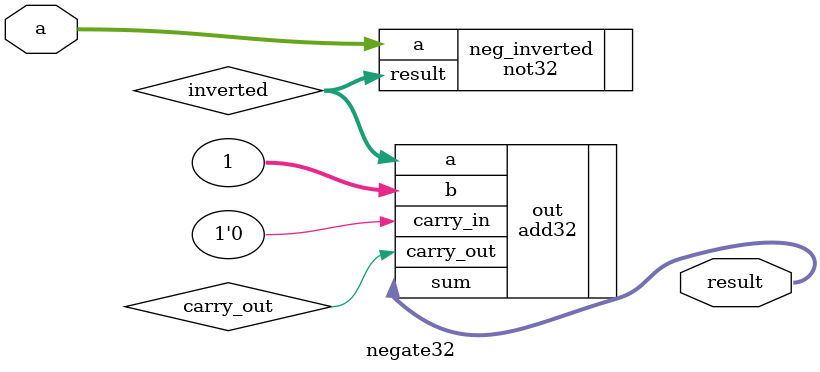
<source format=v>
/*
    module to get negative of an integer through twos complement
     - invert all bits (with not module)
     - add 1
*/

module negate32(a, result);
    input wire signed[31:0] a;
    output wire signed[31:0] result;

    wire [31:0] inverted;
    wire carry_out;

    not32 neg_inverted (.a(a), .result(inverted));          // the inverted number is on the inverted wire
    add32 out (.a(inverted),                       // add one to the inverted result
                    .b(32'd1),                          // constant 1
                    .carry_in(1'd0),
                    .sum(result), 
                    .carry_out(carry_out));             // carry out ignored

endmodule
</source>
